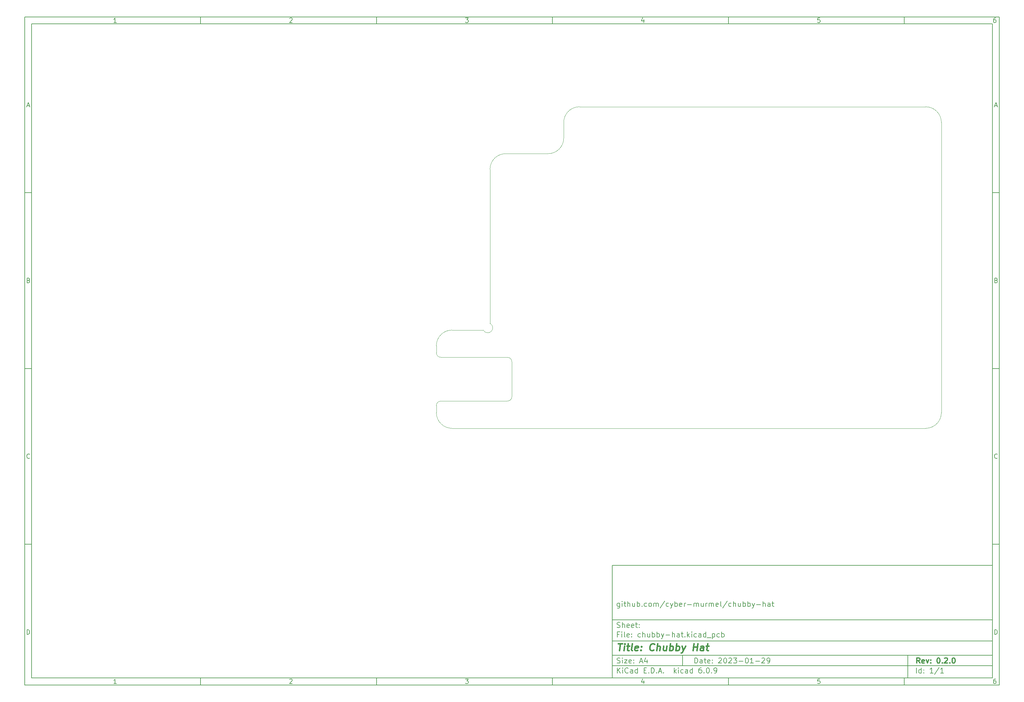
<source format=gbr>
%TF.GenerationSoftware,KiCad,Pcbnew,6.0.9*%
%TF.CreationDate,2023-01-30T01:57:00+01:00*%
%TF.ProjectId,chubby-hat,63687562-6279-42d6-9861-742e6b696361,0.2.0*%
%TF.SameCoordinates,Original*%
%TF.FileFunction,Profile,NP*%
%FSLAX46Y46*%
G04 Gerber Fmt 4.6, Leading zero omitted, Abs format (unit mm)*
G04 Created by KiCad (PCBNEW 6.0.9) date 2023-01-30 01:57:00*
%MOMM*%
%LPD*%
G01*
G04 APERTURE LIST*
%ADD10C,0.100000*%
%ADD11C,0.150000*%
%ADD12C,0.300000*%
%ADD13C,0.400000*%
%TA.AperFunction,Profile*%
%ADD14C,0.100000*%
%TD*%
G04 APERTURE END LIST*
D10*
D11*
X177002200Y-166007200D02*
X177002200Y-198007200D01*
X285002200Y-198007200D01*
X285002200Y-166007200D01*
X177002200Y-166007200D01*
D10*
D11*
X10000000Y-10000000D02*
X10000000Y-200007200D01*
X287002200Y-200007200D01*
X287002200Y-10000000D01*
X10000000Y-10000000D01*
D10*
D11*
X12000000Y-12000000D02*
X12000000Y-198007200D01*
X285002200Y-198007200D01*
X285002200Y-12000000D01*
X12000000Y-12000000D01*
D10*
D11*
X60000000Y-12000000D02*
X60000000Y-10000000D01*
D10*
D11*
X110000000Y-12000000D02*
X110000000Y-10000000D01*
D10*
D11*
X160000000Y-12000000D02*
X160000000Y-10000000D01*
D10*
D11*
X210000000Y-12000000D02*
X210000000Y-10000000D01*
D10*
D11*
X260000000Y-12000000D02*
X260000000Y-10000000D01*
D10*
D11*
X36065476Y-11588095D02*
X35322619Y-11588095D01*
X35694047Y-11588095D02*
X35694047Y-10288095D01*
X35570238Y-10473809D01*
X35446428Y-10597619D01*
X35322619Y-10659523D01*
D10*
D11*
X85322619Y-10411904D02*
X85384523Y-10350000D01*
X85508333Y-10288095D01*
X85817857Y-10288095D01*
X85941666Y-10350000D01*
X86003571Y-10411904D01*
X86065476Y-10535714D01*
X86065476Y-10659523D01*
X86003571Y-10845238D01*
X85260714Y-11588095D01*
X86065476Y-11588095D01*
D10*
D11*
X135260714Y-10288095D02*
X136065476Y-10288095D01*
X135632142Y-10783333D01*
X135817857Y-10783333D01*
X135941666Y-10845238D01*
X136003571Y-10907142D01*
X136065476Y-11030952D01*
X136065476Y-11340476D01*
X136003571Y-11464285D01*
X135941666Y-11526190D01*
X135817857Y-11588095D01*
X135446428Y-11588095D01*
X135322619Y-11526190D01*
X135260714Y-11464285D01*
D10*
D11*
X185941666Y-10721428D02*
X185941666Y-11588095D01*
X185632142Y-10226190D02*
X185322619Y-11154761D01*
X186127380Y-11154761D01*
D10*
D11*
X236003571Y-10288095D02*
X235384523Y-10288095D01*
X235322619Y-10907142D01*
X235384523Y-10845238D01*
X235508333Y-10783333D01*
X235817857Y-10783333D01*
X235941666Y-10845238D01*
X236003571Y-10907142D01*
X236065476Y-11030952D01*
X236065476Y-11340476D01*
X236003571Y-11464285D01*
X235941666Y-11526190D01*
X235817857Y-11588095D01*
X235508333Y-11588095D01*
X235384523Y-11526190D01*
X235322619Y-11464285D01*
D10*
D11*
X285941666Y-10288095D02*
X285694047Y-10288095D01*
X285570238Y-10350000D01*
X285508333Y-10411904D01*
X285384523Y-10597619D01*
X285322619Y-10845238D01*
X285322619Y-11340476D01*
X285384523Y-11464285D01*
X285446428Y-11526190D01*
X285570238Y-11588095D01*
X285817857Y-11588095D01*
X285941666Y-11526190D01*
X286003571Y-11464285D01*
X286065476Y-11340476D01*
X286065476Y-11030952D01*
X286003571Y-10907142D01*
X285941666Y-10845238D01*
X285817857Y-10783333D01*
X285570238Y-10783333D01*
X285446428Y-10845238D01*
X285384523Y-10907142D01*
X285322619Y-11030952D01*
D10*
D11*
X60000000Y-198007200D02*
X60000000Y-200007200D01*
D10*
D11*
X110000000Y-198007200D02*
X110000000Y-200007200D01*
D10*
D11*
X160000000Y-198007200D02*
X160000000Y-200007200D01*
D10*
D11*
X210000000Y-198007200D02*
X210000000Y-200007200D01*
D10*
D11*
X260000000Y-198007200D02*
X260000000Y-200007200D01*
D10*
D11*
X36065476Y-199595295D02*
X35322619Y-199595295D01*
X35694047Y-199595295D02*
X35694047Y-198295295D01*
X35570238Y-198481009D01*
X35446428Y-198604819D01*
X35322619Y-198666723D01*
D10*
D11*
X85322619Y-198419104D02*
X85384523Y-198357200D01*
X85508333Y-198295295D01*
X85817857Y-198295295D01*
X85941666Y-198357200D01*
X86003571Y-198419104D01*
X86065476Y-198542914D01*
X86065476Y-198666723D01*
X86003571Y-198852438D01*
X85260714Y-199595295D01*
X86065476Y-199595295D01*
D10*
D11*
X135260714Y-198295295D02*
X136065476Y-198295295D01*
X135632142Y-198790533D01*
X135817857Y-198790533D01*
X135941666Y-198852438D01*
X136003571Y-198914342D01*
X136065476Y-199038152D01*
X136065476Y-199347676D01*
X136003571Y-199471485D01*
X135941666Y-199533390D01*
X135817857Y-199595295D01*
X135446428Y-199595295D01*
X135322619Y-199533390D01*
X135260714Y-199471485D01*
D10*
D11*
X185941666Y-198728628D02*
X185941666Y-199595295D01*
X185632142Y-198233390D02*
X185322619Y-199161961D01*
X186127380Y-199161961D01*
D10*
D11*
X236003571Y-198295295D02*
X235384523Y-198295295D01*
X235322619Y-198914342D01*
X235384523Y-198852438D01*
X235508333Y-198790533D01*
X235817857Y-198790533D01*
X235941666Y-198852438D01*
X236003571Y-198914342D01*
X236065476Y-199038152D01*
X236065476Y-199347676D01*
X236003571Y-199471485D01*
X235941666Y-199533390D01*
X235817857Y-199595295D01*
X235508333Y-199595295D01*
X235384523Y-199533390D01*
X235322619Y-199471485D01*
D10*
D11*
X285941666Y-198295295D02*
X285694047Y-198295295D01*
X285570238Y-198357200D01*
X285508333Y-198419104D01*
X285384523Y-198604819D01*
X285322619Y-198852438D01*
X285322619Y-199347676D01*
X285384523Y-199471485D01*
X285446428Y-199533390D01*
X285570238Y-199595295D01*
X285817857Y-199595295D01*
X285941666Y-199533390D01*
X286003571Y-199471485D01*
X286065476Y-199347676D01*
X286065476Y-199038152D01*
X286003571Y-198914342D01*
X285941666Y-198852438D01*
X285817857Y-198790533D01*
X285570238Y-198790533D01*
X285446428Y-198852438D01*
X285384523Y-198914342D01*
X285322619Y-199038152D01*
D10*
D11*
X10000000Y-60000000D02*
X12000000Y-60000000D01*
D10*
D11*
X10000000Y-110000000D02*
X12000000Y-110000000D01*
D10*
D11*
X10000000Y-160000000D02*
X12000000Y-160000000D01*
D10*
D11*
X10690476Y-35216666D02*
X11309523Y-35216666D01*
X10566666Y-35588095D02*
X11000000Y-34288095D01*
X11433333Y-35588095D01*
D10*
D11*
X11092857Y-84907142D02*
X11278571Y-84969047D01*
X11340476Y-85030952D01*
X11402380Y-85154761D01*
X11402380Y-85340476D01*
X11340476Y-85464285D01*
X11278571Y-85526190D01*
X11154761Y-85588095D01*
X10659523Y-85588095D01*
X10659523Y-84288095D01*
X11092857Y-84288095D01*
X11216666Y-84350000D01*
X11278571Y-84411904D01*
X11340476Y-84535714D01*
X11340476Y-84659523D01*
X11278571Y-84783333D01*
X11216666Y-84845238D01*
X11092857Y-84907142D01*
X10659523Y-84907142D01*
D10*
D11*
X11402380Y-135464285D02*
X11340476Y-135526190D01*
X11154761Y-135588095D01*
X11030952Y-135588095D01*
X10845238Y-135526190D01*
X10721428Y-135402380D01*
X10659523Y-135278571D01*
X10597619Y-135030952D01*
X10597619Y-134845238D01*
X10659523Y-134597619D01*
X10721428Y-134473809D01*
X10845238Y-134350000D01*
X11030952Y-134288095D01*
X11154761Y-134288095D01*
X11340476Y-134350000D01*
X11402380Y-134411904D01*
D10*
D11*
X10659523Y-185588095D02*
X10659523Y-184288095D01*
X10969047Y-184288095D01*
X11154761Y-184350000D01*
X11278571Y-184473809D01*
X11340476Y-184597619D01*
X11402380Y-184845238D01*
X11402380Y-185030952D01*
X11340476Y-185278571D01*
X11278571Y-185402380D01*
X11154761Y-185526190D01*
X10969047Y-185588095D01*
X10659523Y-185588095D01*
D10*
D11*
X287002200Y-60000000D02*
X285002200Y-60000000D01*
D10*
D11*
X287002200Y-110000000D02*
X285002200Y-110000000D01*
D10*
D11*
X287002200Y-160000000D02*
X285002200Y-160000000D01*
D10*
D11*
X285692676Y-35216666D02*
X286311723Y-35216666D01*
X285568866Y-35588095D02*
X286002200Y-34288095D01*
X286435533Y-35588095D01*
D10*
D11*
X286095057Y-84907142D02*
X286280771Y-84969047D01*
X286342676Y-85030952D01*
X286404580Y-85154761D01*
X286404580Y-85340476D01*
X286342676Y-85464285D01*
X286280771Y-85526190D01*
X286156961Y-85588095D01*
X285661723Y-85588095D01*
X285661723Y-84288095D01*
X286095057Y-84288095D01*
X286218866Y-84350000D01*
X286280771Y-84411904D01*
X286342676Y-84535714D01*
X286342676Y-84659523D01*
X286280771Y-84783333D01*
X286218866Y-84845238D01*
X286095057Y-84907142D01*
X285661723Y-84907142D01*
D10*
D11*
X286404580Y-135464285D02*
X286342676Y-135526190D01*
X286156961Y-135588095D01*
X286033152Y-135588095D01*
X285847438Y-135526190D01*
X285723628Y-135402380D01*
X285661723Y-135278571D01*
X285599819Y-135030952D01*
X285599819Y-134845238D01*
X285661723Y-134597619D01*
X285723628Y-134473809D01*
X285847438Y-134350000D01*
X286033152Y-134288095D01*
X286156961Y-134288095D01*
X286342676Y-134350000D01*
X286404580Y-134411904D01*
D10*
D11*
X285661723Y-185588095D02*
X285661723Y-184288095D01*
X285971247Y-184288095D01*
X286156961Y-184350000D01*
X286280771Y-184473809D01*
X286342676Y-184597619D01*
X286404580Y-184845238D01*
X286404580Y-185030952D01*
X286342676Y-185278571D01*
X286280771Y-185402380D01*
X286156961Y-185526190D01*
X285971247Y-185588095D01*
X285661723Y-185588095D01*
D10*
D11*
X200434342Y-193785771D02*
X200434342Y-192285771D01*
X200791485Y-192285771D01*
X201005771Y-192357200D01*
X201148628Y-192500057D01*
X201220057Y-192642914D01*
X201291485Y-192928628D01*
X201291485Y-193142914D01*
X201220057Y-193428628D01*
X201148628Y-193571485D01*
X201005771Y-193714342D01*
X200791485Y-193785771D01*
X200434342Y-193785771D01*
X202577200Y-193785771D02*
X202577200Y-193000057D01*
X202505771Y-192857200D01*
X202362914Y-192785771D01*
X202077200Y-192785771D01*
X201934342Y-192857200D01*
X202577200Y-193714342D02*
X202434342Y-193785771D01*
X202077200Y-193785771D01*
X201934342Y-193714342D01*
X201862914Y-193571485D01*
X201862914Y-193428628D01*
X201934342Y-193285771D01*
X202077200Y-193214342D01*
X202434342Y-193214342D01*
X202577200Y-193142914D01*
X203077200Y-192785771D02*
X203648628Y-192785771D01*
X203291485Y-192285771D02*
X203291485Y-193571485D01*
X203362914Y-193714342D01*
X203505771Y-193785771D01*
X203648628Y-193785771D01*
X204720057Y-193714342D02*
X204577200Y-193785771D01*
X204291485Y-193785771D01*
X204148628Y-193714342D01*
X204077200Y-193571485D01*
X204077200Y-193000057D01*
X204148628Y-192857200D01*
X204291485Y-192785771D01*
X204577200Y-192785771D01*
X204720057Y-192857200D01*
X204791485Y-193000057D01*
X204791485Y-193142914D01*
X204077200Y-193285771D01*
X205434342Y-193642914D02*
X205505771Y-193714342D01*
X205434342Y-193785771D01*
X205362914Y-193714342D01*
X205434342Y-193642914D01*
X205434342Y-193785771D01*
X205434342Y-192857200D02*
X205505771Y-192928628D01*
X205434342Y-193000057D01*
X205362914Y-192928628D01*
X205434342Y-192857200D01*
X205434342Y-193000057D01*
X207220057Y-192428628D02*
X207291485Y-192357200D01*
X207434342Y-192285771D01*
X207791485Y-192285771D01*
X207934342Y-192357200D01*
X208005771Y-192428628D01*
X208077200Y-192571485D01*
X208077200Y-192714342D01*
X208005771Y-192928628D01*
X207148628Y-193785771D01*
X208077200Y-193785771D01*
X209005771Y-192285771D02*
X209148628Y-192285771D01*
X209291485Y-192357200D01*
X209362914Y-192428628D01*
X209434342Y-192571485D01*
X209505771Y-192857200D01*
X209505771Y-193214342D01*
X209434342Y-193500057D01*
X209362914Y-193642914D01*
X209291485Y-193714342D01*
X209148628Y-193785771D01*
X209005771Y-193785771D01*
X208862914Y-193714342D01*
X208791485Y-193642914D01*
X208720057Y-193500057D01*
X208648628Y-193214342D01*
X208648628Y-192857200D01*
X208720057Y-192571485D01*
X208791485Y-192428628D01*
X208862914Y-192357200D01*
X209005771Y-192285771D01*
X210077200Y-192428628D02*
X210148628Y-192357200D01*
X210291485Y-192285771D01*
X210648628Y-192285771D01*
X210791485Y-192357200D01*
X210862914Y-192428628D01*
X210934342Y-192571485D01*
X210934342Y-192714342D01*
X210862914Y-192928628D01*
X210005771Y-193785771D01*
X210934342Y-193785771D01*
X211434342Y-192285771D02*
X212362914Y-192285771D01*
X211862914Y-192857200D01*
X212077200Y-192857200D01*
X212220057Y-192928628D01*
X212291485Y-193000057D01*
X212362914Y-193142914D01*
X212362914Y-193500057D01*
X212291485Y-193642914D01*
X212220057Y-193714342D01*
X212077200Y-193785771D01*
X211648628Y-193785771D01*
X211505771Y-193714342D01*
X211434342Y-193642914D01*
X213005771Y-193214342D02*
X214148628Y-193214342D01*
X215148628Y-192285771D02*
X215291485Y-192285771D01*
X215434342Y-192357200D01*
X215505771Y-192428628D01*
X215577200Y-192571485D01*
X215648628Y-192857200D01*
X215648628Y-193214342D01*
X215577200Y-193500057D01*
X215505771Y-193642914D01*
X215434342Y-193714342D01*
X215291485Y-193785771D01*
X215148628Y-193785771D01*
X215005771Y-193714342D01*
X214934342Y-193642914D01*
X214862914Y-193500057D01*
X214791485Y-193214342D01*
X214791485Y-192857200D01*
X214862914Y-192571485D01*
X214934342Y-192428628D01*
X215005771Y-192357200D01*
X215148628Y-192285771D01*
X217077200Y-193785771D02*
X216220057Y-193785771D01*
X216648628Y-193785771D02*
X216648628Y-192285771D01*
X216505771Y-192500057D01*
X216362914Y-192642914D01*
X216220057Y-192714342D01*
X217720057Y-193214342D02*
X218862914Y-193214342D01*
X219505771Y-192428628D02*
X219577200Y-192357200D01*
X219720057Y-192285771D01*
X220077200Y-192285771D01*
X220220057Y-192357200D01*
X220291485Y-192428628D01*
X220362914Y-192571485D01*
X220362914Y-192714342D01*
X220291485Y-192928628D01*
X219434342Y-193785771D01*
X220362914Y-193785771D01*
X221077200Y-193785771D02*
X221362914Y-193785771D01*
X221505771Y-193714342D01*
X221577200Y-193642914D01*
X221720057Y-193428628D01*
X221791485Y-193142914D01*
X221791485Y-192571485D01*
X221720057Y-192428628D01*
X221648628Y-192357200D01*
X221505771Y-192285771D01*
X221220057Y-192285771D01*
X221077200Y-192357200D01*
X221005771Y-192428628D01*
X220934342Y-192571485D01*
X220934342Y-192928628D01*
X221005771Y-193071485D01*
X221077200Y-193142914D01*
X221220057Y-193214342D01*
X221505771Y-193214342D01*
X221648628Y-193142914D01*
X221720057Y-193071485D01*
X221791485Y-192928628D01*
D10*
D11*
X177002200Y-194507200D02*
X285002200Y-194507200D01*
D10*
D11*
X178434342Y-196585771D02*
X178434342Y-195085771D01*
X179291485Y-196585771D02*
X178648628Y-195728628D01*
X179291485Y-195085771D02*
X178434342Y-195942914D01*
X179934342Y-196585771D02*
X179934342Y-195585771D01*
X179934342Y-195085771D02*
X179862914Y-195157200D01*
X179934342Y-195228628D01*
X180005771Y-195157200D01*
X179934342Y-195085771D01*
X179934342Y-195228628D01*
X181505771Y-196442914D02*
X181434342Y-196514342D01*
X181220057Y-196585771D01*
X181077200Y-196585771D01*
X180862914Y-196514342D01*
X180720057Y-196371485D01*
X180648628Y-196228628D01*
X180577200Y-195942914D01*
X180577200Y-195728628D01*
X180648628Y-195442914D01*
X180720057Y-195300057D01*
X180862914Y-195157200D01*
X181077200Y-195085771D01*
X181220057Y-195085771D01*
X181434342Y-195157200D01*
X181505771Y-195228628D01*
X182791485Y-196585771D02*
X182791485Y-195800057D01*
X182720057Y-195657200D01*
X182577200Y-195585771D01*
X182291485Y-195585771D01*
X182148628Y-195657200D01*
X182791485Y-196514342D02*
X182648628Y-196585771D01*
X182291485Y-196585771D01*
X182148628Y-196514342D01*
X182077200Y-196371485D01*
X182077200Y-196228628D01*
X182148628Y-196085771D01*
X182291485Y-196014342D01*
X182648628Y-196014342D01*
X182791485Y-195942914D01*
X184148628Y-196585771D02*
X184148628Y-195085771D01*
X184148628Y-196514342D02*
X184005771Y-196585771D01*
X183720057Y-196585771D01*
X183577200Y-196514342D01*
X183505771Y-196442914D01*
X183434342Y-196300057D01*
X183434342Y-195871485D01*
X183505771Y-195728628D01*
X183577200Y-195657200D01*
X183720057Y-195585771D01*
X184005771Y-195585771D01*
X184148628Y-195657200D01*
X186005771Y-195800057D02*
X186505771Y-195800057D01*
X186720057Y-196585771D02*
X186005771Y-196585771D01*
X186005771Y-195085771D01*
X186720057Y-195085771D01*
X187362914Y-196442914D02*
X187434342Y-196514342D01*
X187362914Y-196585771D01*
X187291485Y-196514342D01*
X187362914Y-196442914D01*
X187362914Y-196585771D01*
X188077200Y-196585771D02*
X188077200Y-195085771D01*
X188434342Y-195085771D01*
X188648628Y-195157200D01*
X188791485Y-195300057D01*
X188862914Y-195442914D01*
X188934342Y-195728628D01*
X188934342Y-195942914D01*
X188862914Y-196228628D01*
X188791485Y-196371485D01*
X188648628Y-196514342D01*
X188434342Y-196585771D01*
X188077200Y-196585771D01*
X189577200Y-196442914D02*
X189648628Y-196514342D01*
X189577200Y-196585771D01*
X189505771Y-196514342D01*
X189577200Y-196442914D01*
X189577200Y-196585771D01*
X190220057Y-196157200D02*
X190934342Y-196157200D01*
X190077200Y-196585771D02*
X190577200Y-195085771D01*
X191077200Y-196585771D01*
X191577200Y-196442914D02*
X191648628Y-196514342D01*
X191577200Y-196585771D01*
X191505771Y-196514342D01*
X191577200Y-196442914D01*
X191577200Y-196585771D01*
X194577200Y-196585771D02*
X194577200Y-195085771D01*
X194720057Y-196014342D02*
X195148628Y-196585771D01*
X195148628Y-195585771D02*
X194577200Y-196157200D01*
X195791485Y-196585771D02*
X195791485Y-195585771D01*
X195791485Y-195085771D02*
X195720057Y-195157200D01*
X195791485Y-195228628D01*
X195862914Y-195157200D01*
X195791485Y-195085771D01*
X195791485Y-195228628D01*
X197148628Y-196514342D02*
X197005771Y-196585771D01*
X196720057Y-196585771D01*
X196577200Y-196514342D01*
X196505771Y-196442914D01*
X196434342Y-196300057D01*
X196434342Y-195871485D01*
X196505771Y-195728628D01*
X196577200Y-195657200D01*
X196720057Y-195585771D01*
X197005771Y-195585771D01*
X197148628Y-195657200D01*
X198434342Y-196585771D02*
X198434342Y-195800057D01*
X198362914Y-195657200D01*
X198220057Y-195585771D01*
X197934342Y-195585771D01*
X197791485Y-195657200D01*
X198434342Y-196514342D02*
X198291485Y-196585771D01*
X197934342Y-196585771D01*
X197791485Y-196514342D01*
X197720057Y-196371485D01*
X197720057Y-196228628D01*
X197791485Y-196085771D01*
X197934342Y-196014342D01*
X198291485Y-196014342D01*
X198434342Y-195942914D01*
X199791485Y-196585771D02*
X199791485Y-195085771D01*
X199791485Y-196514342D02*
X199648628Y-196585771D01*
X199362914Y-196585771D01*
X199220057Y-196514342D01*
X199148628Y-196442914D01*
X199077200Y-196300057D01*
X199077200Y-195871485D01*
X199148628Y-195728628D01*
X199220057Y-195657200D01*
X199362914Y-195585771D01*
X199648628Y-195585771D01*
X199791485Y-195657200D01*
X202291485Y-195085771D02*
X202005771Y-195085771D01*
X201862914Y-195157200D01*
X201791485Y-195228628D01*
X201648628Y-195442914D01*
X201577200Y-195728628D01*
X201577200Y-196300057D01*
X201648628Y-196442914D01*
X201720057Y-196514342D01*
X201862914Y-196585771D01*
X202148628Y-196585771D01*
X202291485Y-196514342D01*
X202362914Y-196442914D01*
X202434342Y-196300057D01*
X202434342Y-195942914D01*
X202362914Y-195800057D01*
X202291485Y-195728628D01*
X202148628Y-195657200D01*
X201862914Y-195657200D01*
X201720057Y-195728628D01*
X201648628Y-195800057D01*
X201577200Y-195942914D01*
X203077200Y-196442914D02*
X203148628Y-196514342D01*
X203077200Y-196585771D01*
X203005771Y-196514342D01*
X203077200Y-196442914D01*
X203077200Y-196585771D01*
X204077200Y-195085771D02*
X204220057Y-195085771D01*
X204362914Y-195157200D01*
X204434342Y-195228628D01*
X204505771Y-195371485D01*
X204577200Y-195657200D01*
X204577200Y-196014342D01*
X204505771Y-196300057D01*
X204434342Y-196442914D01*
X204362914Y-196514342D01*
X204220057Y-196585771D01*
X204077200Y-196585771D01*
X203934342Y-196514342D01*
X203862914Y-196442914D01*
X203791485Y-196300057D01*
X203720057Y-196014342D01*
X203720057Y-195657200D01*
X203791485Y-195371485D01*
X203862914Y-195228628D01*
X203934342Y-195157200D01*
X204077200Y-195085771D01*
X205220057Y-196442914D02*
X205291485Y-196514342D01*
X205220057Y-196585771D01*
X205148628Y-196514342D01*
X205220057Y-196442914D01*
X205220057Y-196585771D01*
X206005771Y-196585771D02*
X206291485Y-196585771D01*
X206434342Y-196514342D01*
X206505771Y-196442914D01*
X206648628Y-196228628D01*
X206720057Y-195942914D01*
X206720057Y-195371485D01*
X206648628Y-195228628D01*
X206577200Y-195157200D01*
X206434342Y-195085771D01*
X206148628Y-195085771D01*
X206005771Y-195157200D01*
X205934342Y-195228628D01*
X205862914Y-195371485D01*
X205862914Y-195728628D01*
X205934342Y-195871485D01*
X206005771Y-195942914D01*
X206148628Y-196014342D01*
X206434342Y-196014342D01*
X206577200Y-195942914D01*
X206648628Y-195871485D01*
X206720057Y-195728628D01*
D10*
D11*
X177002200Y-191507200D02*
X285002200Y-191507200D01*
D10*
D12*
X264411485Y-193785771D02*
X263911485Y-193071485D01*
X263554342Y-193785771D02*
X263554342Y-192285771D01*
X264125771Y-192285771D01*
X264268628Y-192357200D01*
X264340057Y-192428628D01*
X264411485Y-192571485D01*
X264411485Y-192785771D01*
X264340057Y-192928628D01*
X264268628Y-193000057D01*
X264125771Y-193071485D01*
X263554342Y-193071485D01*
X265625771Y-193714342D02*
X265482914Y-193785771D01*
X265197200Y-193785771D01*
X265054342Y-193714342D01*
X264982914Y-193571485D01*
X264982914Y-193000057D01*
X265054342Y-192857200D01*
X265197200Y-192785771D01*
X265482914Y-192785771D01*
X265625771Y-192857200D01*
X265697200Y-193000057D01*
X265697200Y-193142914D01*
X264982914Y-193285771D01*
X266197200Y-192785771D02*
X266554342Y-193785771D01*
X266911485Y-192785771D01*
X267482914Y-193642914D02*
X267554342Y-193714342D01*
X267482914Y-193785771D01*
X267411485Y-193714342D01*
X267482914Y-193642914D01*
X267482914Y-193785771D01*
X267482914Y-192857200D02*
X267554342Y-192928628D01*
X267482914Y-193000057D01*
X267411485Y-192928628D01*
X267482914Y-192857200D01*
X267482914Y-193000057D01*
X269625771Y-192285771D02*
X269768628Y-192285771D01*
X269911485Y-192357200D01*
X269982914Y-192428628D01*
X270054342Y-192571485D01*
X270125771Y-192857200D01*
X270125771Y-193214342D01*
X270054342Y-193500057D01*
X269982914Y-193642914D01*
X269911485Y-193714342D01*
X269768628Y-193785771D01*
X269625771Y-193785771D01*
X269482914Y-193714342D01*
X269411485Y-193642914D01*
X269340057Y-193500057D01*
X269268628Y-193214342D01*
X269268628Y-192857200D01*
X269340057Y-192571485D01*
X269411485Y-192428628D01*
X269482914Y-192357200D01*
X269625771Y-192285771D01*
X270768628Y-193642914D02*
X270840057Y-193714342D01*
X270768628Y-193785771D01*
X270697200Y-193714342D01*
X270768628Y-193642914D01*
X270768628Y-193785771D01*
X271411485Y-192428628D02*
X271482914Y-192357200D01*
X271625771Y-192285771D01*
X271982914Y-192285771D01*
X272125771Y-192357200D01*
X272197200Y-192428628D01*
X272268628Y-192571485D01*
X272268628Y-192714342D01*
X272197200Y-192928628D01*
X271340057Y-193785771D01*
X272268628Y-193785771D01*
X272911485Y-193642914D02*
X272982914Y-193714342D01*
X272911485Y-193785771D01*
X272840057Y-193714342D01*
X272911485Y-193642914D01*
X272911485Y-193785771D01*
X273911485Y-192285771D02*
X274054342Y-192285771D01*
X274197200Y-192357200D01*
X274268628Y-192428628D01*
X274340057Y-192571485D01*
X274411485Y-192857200D01*
X274411485Y-193214342D01*
X274340057Y-193500057D01*
X274268628Y-193642914D01*
X274197200Y-193714342D01*
X274054342Y-193785771D01*
X273911485Y-193785771D01*
X273768628Y-193714342D01*
X273697200Y-193642914D01*
X273625771Y-193500057D01*
X273554342Y-193214342D01*
X273554342Y-192857200D01*
X273625771Y-192571485D01*
X273697200Y-192428628D01*
X273768628Y-192357200D01*
X273911485Y-192285771D01*
D10*
D11*
X178362914Y-193714342D02*
X178577200Y-193785771D01*
X178934342Y-193785771D01*
X179077200Y-193714342D01*
X179148628Y-193642914D01*
X179220057Y-193500057D01*
X179220057Y-193357200D01*
X179148628Y-193214342D01*
X179077200Y-193142914D01*
X178934342Y-193071485D01*
X178648628Y-193000057D01*
X178505771Y-192928628D01*
X178434342Y-192857200D01*
X178362914Y-192714342D01*
X178362914Y-192571485D01*
X178434342Y-192428628D01*
X178505771Y-192357200D01*
X178648628Y-192285771D01*
X179005771Y-192285771D01*
X179220057Y-192357200D01*
X179862914Y-193785771D02*
X179862914Y-192785771D01*
X179862914Y-192285771D02*
X179791485Y-192357200D01*
X179862914Y-192428628D01*
X179934342Y-192357200D01*
X179862914Y-192285771D01*
X179862914Y-192428628D01*
X180434342Y-192785771D02*
X181220057Y-192785771D01*
X180434342Y-193785771D01*
X181220057Y-193785771D01*
X182362914Y-193714342D02*
X182220057Y-193785771D01*
X181934342Y-193785771D01*
X181791485Y-193714342D01*
X181720057Y-193571485D01*
X181720057Y-193000057D01*
X181791485Y-192857200D01*
X181934342Y-192785771D01*
X182220057Y-192785771D01*
X182362914Y-192857200D01*
X182434342Y-193000057D01*
X182434342Y-193142914D01*
X181720057Y-193285771D01*
X183077200Y-193642914D02*
X183148628Y-193714342D01*
X183077200Y-193785771D01*
X183005771Y-193714342D01*
X183077200Y-193642914D01*
X183077200Y-193785771D01*
X183077200Y-192857200D02*
X183148628Y-192928628D01*
X183077200Y-193000057D01*
X183005771Y-192928628D01*
X183077200Y-192857200D01*
X183077200Y-193000057D01*
X184862914Y-193357200D02*
X185577200Y-193357200D01*
X184720057Y-193785771D02*
X185220057Y-192285771D01*
X185720057Y-193785771D01*
X186862914Y-192785771D02*
X186862914Y-193785771D01*
X186505771Y-192214342D02*
X186148628Y-193285771D01*
X187077200Y-193285771D01*
D10*
D11*
X263434342Y-196585771D02*
X263434342Y-195085771D01*
X264791485Y-196585771D02*
X264791485Y-195085771D01*
X264791485Y-196514342D02*
X264648628Y-196585771D01*
X264362914Y-196585771D01*
X264220057Y-196514342D01*
X264148628Y-196442914D01*
X264077200Y-196300057D01*
X264077200Y-195871485D01*
X264148628Y-195728628D01*
X264220057Y-195657200D01*
X264362914Y-195585771D01*
X264648628Y-195585771D01*
X264791485Y-195657200D01*
X265505771Y-196442914D02*
X265577200Y-196514342D01*
X265505771Y-196585771D01*
X265434342Y-196514342D01*
X265505771Y-196442914D01*
X265505771Y-196585771D01*
X265505771Y-195657200D02*
X265577200Y-195728628D01*
X265505771Y-195800057D01*
X265434342Y-195728628D01*
X265505771Y-195657200D01*
X265505771Y-195800057D01*
X268148628Y-196585771D02*
X267291485Y-196585771D01*
X267720057Y-196585771D02*
X267720057Y-195085771D01*
X267577200Y-195300057D01*
X267434342Y-195442914D01*
X267291485Y-195514342D01*
X269862914Y-195014342D02*
X268577200Y-196942914D01*
X271148628Y-196585771D02*
X270291485Y-196585771D01*
X270720057Y-196585771D02*
X270720057Y-195085771D01*
X270577200Y-195300057D01*
X270434342Y-195442914D01*
X270291485Y-195514342D01*
D10*
D11*
X177002200Y-187507200D02*
X285002200Y-187507200D01*
D10*
D13*
X178714580Y-188211961D02*
X179857438Y-188211961D01*
X179036009Y-190211961D02*
X179286009Y-188211961D01*
X180274104Y-190211961D02*
X180440771Y-188878628D01*
X180524104Y-188211961D02*
X180416961Y-188307200D01*
X180500295Y-188402438D01*
X180607438Y-188307200D01*
X180524104Y-188211961D01*
X180500295Y-188402438D01*
X181107438Y-188878628D02*
X181869342Y-188878628D01*
X181476485Y-188211961D02*
X181262200Y-189926247D01*
X181333628Y-190116723D01*
X181512200Y-190211961D01*
X181702676Y-190211961D01*
X182655057Y-190211961D02*
X182476485Y-190116723D01*
X182405057Y-189926247D01*
X182619342Y-188211961D01*
X184190771Y-190116723D02*
X183988390Y-190211961D01*
X183607438Y-190211961D01*
X183428866Y-190116723D01*
X183357438Y-189926247D01*
X183452676Y-189164342D01*
X183571723Y-188973866D01*
X183774104Y-188878628D01*
X184155057Y-188878628D01*
X184333628Y-188973866D01*
X184405057Y-189164342D01*
X184381247Y-189354819D01*
X183405057Y-189545295D01*
X185155057Y-190021485D02*
X185238390Y-190116723D01*
X185131247Y-190211961D01*
X185047914Y-190116723D01*
X185155057Y-190021485D01*
X185131247Y-190211961D01*
X185286009Y-188973866D02*
X185369342Y-189069104D01*
X185262200Y-189164342D01*
X185178866Y-189069104D01*
X185286009Y-188973866D01*
X185262200Y-189164342D01*
X188774104Y-190021485D02*
X188666961Y-190116723D01*
X188369342Y-190211961D01*
X188178866Y-190211961D01*
X187905057Y-190116723D01*
X187738390Y-189926247D01*
X187666961Y-189735771D01*
X187619342Y-189354819D01*
X187655057Y-189069104D01*
X187797914Y-188688152D01*
X187916961Y-188497676D01*
X188131247Y-188307200D01*
X188428866Y-188211961D01*
X188619342Y-188211961D01*
X188893152Y-188307200D01*
X188976485Y-188402438D01*
X189607438Y-190211961D02*
X189857438Y-188211961D01*
X190464580Y-190211961D02*
X190595533Y-189164342D01*
X190524104Y-188973866D01*
X190345533Y-188878628D01*
X190059819Y-188878628D01*
X189857438Y-188973866D01*
X189750295Y-189069104D01*
X192440771Y-188878628D02*
X192274104Y-190211961D01*
X191583628Y-188878628D02*
X191452676Y-189926247D01*
X191524104Y-190116723D01*
X191702676Y-190211961D01*
X191988390Y-190211961D01*
X192190771Y-190116723D01*
X192297914Y-190021485D01*
X193226485Y-190211961D02*
X193476485Y-188211961D01*
X193381247Y-188973866D02*
X193583628Y-188878628D01*
X193964580Y-188878628D01*
X194143152Y-188973866D01*
X194226485Y-189069104D01*
X194297914Y-189259580D01*
X194226485Y-189831009D01*
X194107438Y-190021485D01*
X194000295Y-190116723D01*
X193797914Y-190211961D01*
X193416961Y-190211961D01*
X193238390Y-190116723D01*
X195036009Y-190211961D02*
X195286009Y-188211961D01*
X195190771Y-188973866D02*
X195393152Y-188878628D01*
X195774104Y-188878628D01*
X195952676Y-188973866D01*
X196036009Y-189069104D01*
X196107438Y-189259580D01*
X196036009Y-189831009D01*
X195916961Y-190021485D01*
X195809819Y-190116723D01*
X195607438Y-190211961D01*
X195226485Y-190211961D01*
X195047914Y-190116723D01*
X196821723Y-188878628D02*
X197131247Y-190211961D01*
X197774104Y-188878628D02*
X197131247Y-190211961D01*
X196881247Y-190688152D01*
X196774104Y-190783390D01*
X196571723Y-190878628D01*
X199893152Y-190211961D02*
X200143152Y-188211961D01*
X200024104Y-189164342D02*
X201166961Y-189164342D01*
X201036009Y-190211961D02*
X201286009Y-188211961D01*
X202845533Y-190211961D02*
X202976485Y-189164342D01*
X202905057Y-188973866D01*
X202726485Y-188878628D01*
X202345533Y-188878628D01*
X202143152Y-188973866D01*
X202857438Y-190116723D02*
X202655057Y-190211961D01*
X202178866Y-190211961D01*
X202000295Y-190116723D01*
X201928866Y-189926247D01*
X201952676Y-189735771D01*
X202071723Y-189545295D01*
X202274104Y-189450057D01*
X202750295Y-189450057D01*
X202952676Y-189354819D01*
X203678866Y-188878628D02*
X204440771Y-188878628D01*
X204047914Y-188211961D02*
X203833628Y-189926247D01*
X203905057Y-190116723D01*
X204083628Y-190211961D01*
X204274104Y-190211961D01*
D10*
D11*
X178934342Y-185600057D02*
X178434342Y-185600057D01*
X178434342Y-186385771D02*
X178434342Y-184885771D01*
X179148628Y-184885771D01*
X179720057Y-186385771D02*
X179720057Y-185385771D01*
X179720057Y-184885771D02*
X179648628Y-184957200D01*
X179720057Y-185028628D01*
X179791485Y-184957200D01*
X179720057Y-184885771D01*
X179720057Y-185028628D01*
X180648628Y-186385771D02*
X180505771Y-186314342D01*
X180434342Y-186171485D01*
X180434342Y-184885771D01*
X181791485Y-186314342D02*
X181648628Y-186385771D01*
X181362914Y-186385771D01*
X181220057Y-186314342D01*
X181148628Y-186171485D01*
X181148628Y-185600057D01*
X181220057Y-185457200D01*
X181362914Y-185385771D01*
X181648628Y-185385771D01*
X181791485Y-185457200D01*
X181862914Y-185600057D01*
X181862914Y-185742914D01*
X181148628Y-185885771D01*
X182505771Y-186242914D02*
X182577200Y-186314342D01*
X182505771Y-186385771D01*
X182434342Y-186314342D01*
X182505771Y-186242914D01*
X182505771Y-186385771D01*
X182505771Y-185457200D02*
X182577200Y-185528628D01*
X182505771Y-185600057D01*
X182434342Y-185528628D01*
X182505771Y-185457200D01*
X182505771Y-185600057D01*
X185005771Y-186314342D02*
X184862914Y-186385771D01*
X184577200Y-186385771D01*
X184434342Y-186314342D01*
X184362914Y-186242914D01*
X184291485Y-186100057D01*
X184291485Y-185671485D01*
X184362914Y-185528628D01*
X184434342Y-185457200D01*
X184577200Y-185385771D01*
X184862914Y-185385771D01*
X185005771Y-185457200D01*
X185648628Y-186385771D02*
X185648628Y-184885771D01*
X186291485Y-186385771D02*
X186291485Y-185600057D01*
X186220057Y-185457200D01*
X186077200Y-185385771D01*
X185862914Y-185385771D01*
X185720057Y-185457200D01*
X185648628Y-185528628D01*
X187648628Y-185385771D02*
X187648628Y-186385771D01*
X187005771Y-185385771D02*
X187005771Y-186171485D01*
X187077200Y-186314342D01*
X187220057Y-186385771D01*
X187434342Y-186385771D01*
X187577200Y-186314342D01*
X187648628Y-186242914D01*
X188362914Y-186385771D02*
X188362914Y-184885771D01*
X188362914Y-185457200D02*
X188505771Y-185385771D01*
X188791485Y-185385771D01*
X188934342Y-185457200D01*
X189005771Y-185528628D01*
X189077200Y-185671485D01*
X189077200Y-186100057D01*
X189005771Y-186242914D01*
X188934342Y-186314342D01*
X188791485Y-186385771D01*
X188505771Y-186385771D01*
X188362914Y-186314342D01*
X189720057Y-186385771D02*
X189720057Y-184885771D01*
X189720057Y-185457200D02*
X189862914Y-185385771D01*
X190148628Y-185385771D01*
X190291485Y-185457200D01*
X190362914Y-185528628D01*
X190434342Y-185671485D01*
X190434342Y-186100057D01*
X190362914Y-186242914D01*
X190291485Y-186314342D01*
X190148628Y-186385771D01*
X189862914Y-186385771D01*
X189720057Y-186314342D01*
X190934342Y-185385771D02*
X191291485Y-186385771D01*
X191648628Y-185385771D02*
X191291485Y-186385771D01*
X191148628Y-186742914D01*
X191077200Y-186814342D01*
X190934342Y-186885771D01*
X192220057Y-185814342D02*
X193362914Y-185814342D01*
X194077200Y-186385771D02*
X194077200Y-184885771D01*
X194720057Y-186385771D02*
X194720057Y-185600057D01*
X194648628Y-185457200D01*
X194505771Y-185385771D01*
X194291485Y-185385771D01*
X194148628Y-185457200D01*
X194077200Y-185528628D01*
X196077200Y-186385771D02*
X196077200Y-185600057D01*
X196005771Y-185457200D01*
X195862914Y-185385771D01*
X195577200Y-185385771D01*
X195434342Y-185457200D01*
X196077200Y-186314342D02*
X195934342Y-186385771D01*
X195577200Y-186385771D01*
X195434342Y-186314342D01*
X195362914Y-186171485D01*
X195362914Y-186028628D01*
X195434342Y-185885771D01*
X195577200Y-185814342D01*
X195934342Y-185814342D01*
X196077200Y-185742914D01*
X196577200Y-185385771D02*
X197148628Y-185385771D01*
X196791485Y-184885771D02*
X196791485Y-186171485D01*
X196862914Y-186314342D01*
X197005771Y-186385771D01*
X197148628Y-186385771D01*
X197648628Y-186242914D02*
X197720057Y-186314342D01*
X197648628Y-186385771D01*
X197577200Y-186314342D01*
X197648628Y-186242914D01*
X197648628Y-186385771D01*
X198362914Y-186385771D02*
X198362914Y-184885771D01*
X198505771Y-185814342D02*
X198934342Y-186385771D01*
X198934342Y-185385771D02*
X198362914Y-185957200D01*
X199577200Y-186385771D02*
X199577200Y-185385771D01*
X199577200Y-184885771D02*
X199505771Y-184957200D01*
X199577200Y-185028628D01*
X199648628Y-184957200D01*
X199577200Y-184885771D01*
X199577200Y-185028628D01*
X200934342Y-186314342D02*
X200791485Y-186385771D01*
X200505771Y-186385771D01*
X200362914Y-186314342D01*
X200291485Y-186242914D01*
X200220057Y-186100057D01*
X200220057Y-185671485D01*
X200291485Y-185528628D01*
X200362914Y-185457200D01*
X200505771Y-185385771D01*
X200791485Y-185385771D01*
X200934342Y-185457200D01*
X202220057Y-186385771D02*
X202220057Y-185600057D01*
X202148628Y-185457200D01*
X202005771Y-185385771D01*
X201720057Y-185385771D01*
X201577200Y-185457200D01*
X202220057Y-186314342D02*
X202077200Y-186385771D01*
X201720057Y-186385771D01*
X201577200Y-186314342D01*
X201505771Y-186171485D01*
X201505771Y-186028628D01*
X201577200Y-185885771D01*
X201720057Y-185814342D01*
X202077200Y-185814342D01*
X202220057Y-185742914D01*
X203577200Y-186385771D02*
X203577200Y-184885771D01*
X203577200Y-186314342D02*
X203434342Y-186385771D01*
X203148628Y-186385771D01*
X203005771Y-186314342D01*
X202934342Y-186242914D01*
X202862914Y-186100057D01*
X202862914Y-185671485D01*
X202934342Y-185528628D01*
X203005771Y-185457200D01*
X203148628Y-185385771D01*
X203434342Y-185385771D01*
X203577200Y-185457200D01*
X203934342Y-186528628D02*
X205077200Y-186528628D01*
X205434342Y-185385771D02*
X205434342Y-186885771D01*
X205434342Y-185457200D02*
X205577200Y-185385771D01*
X205862914Y-185385771D01*
X206005771Y-185457200D01*
X206077200Y-185528628D01*
X206148628Y-185671485D01*
X206148628Y-186100057D01*
X206077200Y-186242914D01*
X206005771Y-186314342D01*
X205862914Y-186385771D01*
X205577200Y-186385771D01*
X205434342Y-186314342D01*
X207434342Y-186314342D02*
X207291485Y-186385771D01*
X207005771Y-186385771D01*
X206862914Y-186314342D01*
X206791485Y-186242914D01*
X206720057Y-186100057D01*
X206720057Y-185671485D01*
X206791485Y-185528628D01*
X206862914Y-185457200D01*
X207005771Y-185385771D01*
X207291485Y-185385771D01*
X207434342Y-185457200D01*
X208077200Y-186385771D02*
X208077200Y-184885771D01*
X208077200Y-185457200D02*
X208220057Y-185385771D01*
X208505771Y-185385771D01*
X208648628Y-185457200D01*
X208720057Y-185528628D01*
X208791485Y-185671485D01*
X208791485Y-186100057D01*
X208720057Y-186242914D01*
X208648628Y-186314342D01*
X208505771Y-186385771D01*
X208220057Y-186385771D01*
X208077200Y-186314342D01*
D10*
D11*
X177002200Y-181507200D02*
X285002200Y-181507200D01*
D10*
D11*
X178362914Y-183614342D02*
X178577200Y-183685771D01*
X178934342Y-183685771D01*
X179077200Y-183614342D01*
X179148628Y-183542914D01*
X179220057Y-183400057D01*
X179220057Y-183257200D01*
X179148628Y-183114342D01*
X179077200Y-183042914D01*
X178934342Y-182971485D01*
X178648628Y-182900057D01*
X178505771Y-182828628D01*
X178434342Y-182757200D01*
X178362914Y-182614342D01*
X178362914Y-182471485D01*
X178434342Y-182328628D01*
X178505771Y-182257200D01*
X178648628Y-182185771D01*
X179005771Y-182185771D01*
X179220057Y-182257200D01*
X179862914Y-183685771D02*
X179862914Y-182185771D01*
X180505771Y-183685771D02*
X180505771Y-182900057D01*
X180434342Y-182757200D01*
X180291485Y-182685771D01*
X180077200Y-182685771D01*
X179934342Y-182757200D01*
X179862914Y-182828628D01*
X181791485Y-183614342D02*
X181648628Y-183685771D01*
X181362914Y-183685771D01*
X181220057Y-183614342D01*
X181148628Y-183471485D01*
X181148628Y-182900057D01*
X181220057Y-182757200D01*
X181362914Y-182685771D01*
X181648628Y-182685771D01*
X181791485Y-182757200D01*
X181862914Y-182900057D01*
X181862914Y-183042914D01*
X181148628Y-183185771D01*
X183077200Y-183614342D02*
X182934342Y-183685771D01*
X182648628Y-183685771D01*
X182505771Y-183614342D01*
X182434342Y-183471485D01*
X182434342Y-182900057D01*
X182505771Y-182757200D01*
X182648628Y-182685771D01*
X182934342Y-182685771D01*
X183077200Y-182757200D01*
X183148628Y-182900057D01*
X183148628Y-183042914D01*
X182434342Y-183185771D01*
X183577200Y-182685771D02*
X184148628Y-182685771D01*
X183791485Y-182185771D02*
X183791485Y-183471485D01*
X183862914Y-183614342D01*
X184005771Y-183685771D01*
X184148628Y-183685771D01*
X184648628Y-183542914D02*
X184720057Y-183614342D01*
X184648628Y-183685771D01*
X184577200Y-183614342D01*
X184648628Y-183542914D01*
X184648628Y-183685771D01*
X184648628Y-182757200D02*
X184720057Y-182828628D01*
X184648628Y-182900057D01*
X184577200Y-182828628D01*
X184648628Y-182757200D01*
X184648628Y-182900057D01*
D10*
D12*
D10*
D11*
X179077200Y-176685771D02*
X179077200Y-177900057D01*
X179005771Y-178042914D01*
X178934342Y-178114342D01*
X178791485Y-178185771D01*
X178577200Y-178185771D01*
X178434342Y-178114342D01*
X179077200Y-177614342D02*
X178934342Y-177685771D01*
X178648628Y-177685771D01*
X178505771Y-177614342D01*
X178434342Y-177542914D01*
X178362914Y-177400057D01*
X178362914Y-176971485D01*
X178434342Y-176828628D01*
X178505771Y-176757200D01*
X178648628Y-176685771D01*
X178934342Y-176685771D01*
X179077200Y-176757200D01*
X179791485Y-177685771D02*
X179791485Y-176685771D01*
X179791485Y-176185771D02*
X179720057Y-176257200D01*
X179791485Y-176328628D01*
X179862914Y-176257200D01*
X179791485Y-176185771D01*
X179791485Y-176328628D01*
X180291485Y-176685771D02*
X180862914Y-176685771D01*
X180505771Y-176185771D02*
X180505771Y-177471485D01*
X180577200Y-177614342D01*
X180720057Y-177685771D01*
X180862914Y-177685771D01*
X181362914Y-177685771D02*
X181362914Y-176185771D01*
X182005771Y-177685771D02*
X182005771Y-176900057D01*
X181934342Y-176757200D01*
X181791485Y-176685771D01*
X181577200Y-176685771D01*
X181434342Y-176757200D01*
X181362914Y-176828628D01*
X183362914Y-176685771D02*
X183362914Y-177685771D01*
X182720057Y-176685771D02*
X182720057Y-177471485D01*
X182791485Y-177614342D01*
X182934342Y-177685771D01*
X183148628Y-177685771D01*
X183291485Y-177614342D01*
X183362914Y-177542914D01*
X184077200Y-177685771D02*
X184077200Y-176185771D01*
X184077200Y-176757200D02*
X184220057Y-176685771D01*
X184505771Y-176685771D01*
X184648628Y-176757200D01*
X184720057Y-176828628D01*
X184791485Y-176971485D01*
X184791485Y-177400057D01*
X184720057Y-177542914D01*
X184648628Y-177614342D01*
X184505771Y-177685771D01*
X184220057Y-177685771D01*
X184077200Y-177614342D01*
X185434342Y-177542914D02*
X185505771Y-177614342D01*
X185434342Y-177685771D01*
X185362914Y-177614342D01*
X185434342Y-177542914D01*
X185434342Y-177685771D01*
X186791485Y-177614342D02*
X186648628Y-177685771D01*
X186362914Y-177685771D01*
X186220057Y-177614342D01*
X186148628Y-177542914D01*
X186077200Y-177400057D01*
X186077200Y-176971485D01*
X186148628Y-176828628D01*
X186220057Y-176757200D01*
X186362914Y-176685771D01*
X186648628Y-176685771D01*
X186791485Y-176757200D01*
X187648628Y-177685771D02*
X187505771Y-177614342D01*
X187434342Y-177542914D01*
X187362914Y-177400057D01*
X187362914Y-176971485D01*
X187434342Y-176828628D01*
X187505771Y-176757200D01*
X187648628Y-176685771D01*
X187862914Y-176685771D01*
X188005771Y-176757200D01*
X188077200Y-176828628D01*
X188148628Y-176971485D01*
X188148628Y-177400057D01*
X188077200Y-177542914D01*
X188005771Y-177614342D01*
X187862914Y-177685771D01*
X187648628Y-177685771D01*
X188791485Y-177685771D02*
X188791485Y-176685771D01*
X188791485Y-176828628D02*
X188862914Y-176757200D01*
X189005771Y-176685771D01*
X189220057Y-176685771D01*
X189362914Y-176757200D01*
X189434342Y-176900057D01*
X189434342Y-177685771D01*
X189434342Y-176900057D02*
X189505771Y-176757200D01*
X189648628Y-176685771D01*
X189862914Y-176685771D01*
X190005771Y-176757200D01*
X190077200Y-176900057D01*
X190077200Y-177685771D01*
X191862914Y-176114342D02*
X190577200Y-178042914D01*
X193005771Y-177614342D02*
X192862914Y-177685771D01*
X192577200Y-177685771D01*
X192434342Y-177614342D01*
X192362914Y-177542914D01*
X192291485Y-177400057D01*
X192291485Y-176971485D01*
X192362914Y-176828628D01*
X192434342Y-176757200D01*
X192577200Y-176685771D01*
X192862914Y-176685771D01*
X193005771Y-176757200D01*
X193505771Y-176685771D02*
X193862914Y-177685771D01*
X194220057Y-176685771D02*
X193862914Y-177685771D01*
X193720057Y-178042914D01*
X193648628Y-178114342D01*
X193505771Y-178185771D01*
X194791485Y-177685771D02*
X194791485Y-176185771D01*
X194791485Y-176757200D02*
X194934342Y-176685771D01*
X195220057Y-176685771D01*
X195362914Y-176757200D01*
X195434342Y-176828628D01*
X195505771Y-176971485D01*
X195505771Y-177400057D01*
X195434342Y-177542914D01*
X195362914Y-177614342D01*
X195220057Y-177685771D01*
X194934342Y-177685771D01*
X194791485Y-177614342D01*
X196720057Y-177614342D02*
X196577200Y-177685771D01*
X196291485Y-177685771D01*
X196148628Y-177614342D01*
X196077200Y-177471485D01*
X196077200Y-176900057D01*
X196148628Y-176757200D01*
X196291485Y-176685771D01*
X196577200Y-176685771D01*
X196720057Y-176757200D01*
X196791485Y-176900057D01*
X196791485Y-177042914D01*
X196077200Y-177185771D01*
X197434342Y-177685771D02*
X197434342Y-176685771D01*
X197434342Y-176971485D02*
X197505771Y-176828628D01*
X197577200Y-176757200D01*
X197720057Y-176685771D01*
X197862914Y-176685771D01*
X198362914Y-177114342D02*
X199505771Y-177114342D01*
X200220057Y-177685771D02*
X200220057Y-176685771D01*
X200220057Y-176828628D02*
X200291485Y-176757200D01*
X200434342Y-176685771D01*
X200648628Y-176685771D01*
X200791485Y-176757200D01*
X200862914Y-176900057D01*
X200862914Y-177685771D01*
X200862914Y-176900057D02*
X200934342Y-176757200D01*
X201077200Y-176685771D01*
X201291485Y-176685771D01*
X201434342Y-176757200D01*
X201505771Y-176900057D01*
X201505771Y-177685771D01*
X202862914Y-176685771D02*
X202862914Y-177685771D01*
X202220057Y-176685771D02*
X202220057Y-177471485D01*
X202291485Y-177614342D01*
X202434342Y-177685771D01*
X202648628Y-177685771D01*
X202791485Y-177614342D01*
X202862914Y-177542914D01*
X203577200Y-177685771D02*
X203577200Y-176685771D01*
X203577200Y-176971485D02*
X203648628Y-176828628D01*
X203720057Y-176757200D01*
X203862914Y-176685771D01*
X204005771Y-176685771D01*
X204505771Y-177685771D02*
X204505771Y-176685771D01*
X204505771Y-176828628D02*
X204577200Y-176757200D01*
X204720057Y-176685771D01*
X204934342Y-176685771D01*
X205077200Y-176757200D01*
X205148628Y-176900057D01*
X205148628Y-177685771D01*
X205148628Y-176900057D02*
X205220057Y-176757200D01*
X205362914Y-176685771D01*
X205577200Y-176685771D01*
X205720057Y-176757200D01*
X205791485Y-176900057D01*
X205791485Y-177685771D01*
X207077200Y-177614342D02*
X206934342Y-177685771D01*
X206648628Y-177685771D01*
X206505771Y-177614342D01*
X206434342Y-177471485D01*
X206434342Y-176900057D01*
X206505771Y-176757200D01*
X206648628Y-176685771D01*
X206934342Y-176685771D01*
X207077200Y-176757200D01*
X207148628Y-176900057D01*
X207148628Y-177042914D01*
X206434342Y-177185771D01*
X208005771Y-177685771D02*
X207862914Y-177614342D01*
X207791485Y-177471485D01*
X207791485Y-176185771D01*
X209648628Y-176114342D02*
X208362914Y-178042914D01*
X210791485Y-177614342D02*
X210648628Y-177685771D01*
X210362914Y-177685771D01*
X210220057Y-177614342D01*
X210148628Y-177542914D01*
X210077200Y-177400057D01*
X210077200Y-176971485D01*
X210148628Y-176828628D01*
X210220057Y-176757200D01*
X210362914Y-176685771D01*
X210648628Y-176685771D01*
X210791485Y-176757200D01*
X211434342Y-177685771D02*
X211434342Y-176185771D01*
X212077200Y-177685771D02*
X212077200Y-176900057D01*
X212005771Y-176757200D01*
X211862914Y-176685771D01*
X211648628Y-176685771D01*
X211505771Y-176757200D01*
X211434342Y-176828628D01*
X213434342Y-176685771D02*
X213434342Y-177685771D01*
X212791485Y-176685771D02*
X212791485Y-177471485D01*
X212862914Y-177614342D01*
X213005771Y-177685771D01*
X213220057Y-177685771D01*
X213362914Y-177614342D01*
X213434342Y-177542914D01*
X214148628Y-177685771D02*
X214148628Y-176185771D01*
X214148628Y-176757200D02*
X214291485Y-176685771D01*
X214577200Y-176685771D01*
X214720057Y-176757200D01*
X214791485Y-176828628D01*
X214862914Y-176971485D01*
X214862914Y-177400057D01*
X214791485Y-177542914D01*
X214720057Y-177614342D01*
X214577200Y-177685771D01*
X214291485Y-177685771D01*
X214148628Y-177614342D01*
X215505771Y-177685771D02*
X215505771Y-176185771D01*
X215505771Y-176757200D02*
X215648628Y-176685771D01*
X215934342Y-176685771D01*
X216077200Y-176757200D01*
X216148628Y-176828628D01*
X216220057Y-176971485D01*
X216220057Y-177400057D01*
X216148628Y-177542914D01*
X216077200Y-177614342D01*
X215934342Y-177685771D01*
X215648628Y-177685771D01*
X215505771Y-177614342D01*
X216720057Y-176685771D02*
X217077200Y-177685771D01*
X217434342Y-176685771D02*
X217077200Y-177685771D01*
X216934342Y-178042914D01*
X216862914Y-178114342D01*
X216720057Y-178185771D01*
X218005771Y-177114342D02*
X219148628Y-177114342D01*
X219862914Y-177685771D02*
X219862914Y-176185771D01*
X220505771Y-177685771D02*
X220505771Y-176900057D01*
X220434342Y-176757200D01*
X220291485Y-176685771D01*
X220077200Y-176685771D01*
X219934342Y-176757200D01*
X219862914Y-176828628D01*
X221862914Y-177685771D02*
X221862914Y-176900057D01*
X221791485Y-176757200D01*
X221648628Y-176685771D01*
X221362914Y-176685771D01*
X221220057Y-176757200D01*
X221862914Y-177614342D02*
X221720057Y-177685771D01*
X221362914Y-177685771D01*
X221220057Y-177614342D01*
X221148628Y-177471485D01*
X221148628Y-177328628D01*
X221220057Y-177185771D01*
X221362914Y-177114342D01*
X221720057Y-177114342D01*
X221862914Y-177042914D01*
X222362914Y-176685771D02*
X222934342Y-176685771D01*
X222577200Y-176185771D02*
X222577200Y-177471485D01*
X222648628Y-177614342D01*
X222791485Y-177685771D01*
X222934342Y-177685771D01*
D10*
D11*
D10*
D11*
D10*
D11*
D10*
D11*
X197002200Y-191507200D02*
X197002200Y-194507200D01*
D10*
D11*
X261002200Y-191507200D02*
X261002200Y-198007200D01*
D14*
X126999999Y-105537000D02*
X127000000Y-103505000D01*
X146685000Y-48895000D02*
G75*
G03*
X142240000Y-53340000I0J-4445000D01*
G01*
X142240000Y-53340000D02*
X142240000Y-97155000D01*
X270510000Y-122555000D02*
X270510000Y-40005000D01*
X140335000Y-99060000D02*
X131445000Y-99060000D01*
X131445000Y-99060000D02*
G75*
G03*
X127000000Y-103505000I0J-4445000D01*
G01*
X266065000Y-127000000D02*
G75*
G03*
X270510000Y-122555000I0J4445000D01*
G01*
X266065000Y-35560000D02*
X167640000Y-35560000D01*
X167640000Y-35560000D02*
G75*
G03*
X163195000Y-40005000I0J-4445000D01*
G01*
X270510000Y-40005000D02*
G75*
G03*
X266065000Y-35560000I-4445000J0D01*
G01*
X148463001Y-117983000D02*
X148463001Y-108077000D01*
X163195000Y-40005000D02*
X163195000Y-44450000D01*
X128270000Y-119253000D02*
X147193000Y-119253001D01*
X158750000Y-48895000D02*
G75*
G03*
X163195000Y-44450000I0J4445000D01*
G01*
X148463001Y-108077000D02*
G75*
G03*
X147193000Y-106806999I-1270001J0D01*
G01*
X131445000Y-127000000D02*
X266065000Y-127000000D01*
X127000000Y-122555000D02*
G75*
G03*
X131445000Y-127000000I4445000J0D01*
G01*
X128270000Y-119252999D02*
G75*
G03*
X126999999Y-120523000I0J-1270001D01*
G01*
X147193000Y-106806999D02*
X128270000Y-106807000D01*
X140335000Y-99060000D02*
G75*
G03*
X142240000Y-97155000I1270000J635000D01*
G01*
X158750001Y-48895000D02*
X146685000Y-48895000D01*
X147193000Y-119253001D02*
G75*
G03*
X148463001Y-117983000I0J1270001D01*
G01*
X126999999Y-105537000D02*
G75*
G03*
X128270000Y-106807001I1270001J0D01*
G01*
X127000000Y-122555000D02*
X126999999Y-120523000D01*
M02*

</source>
